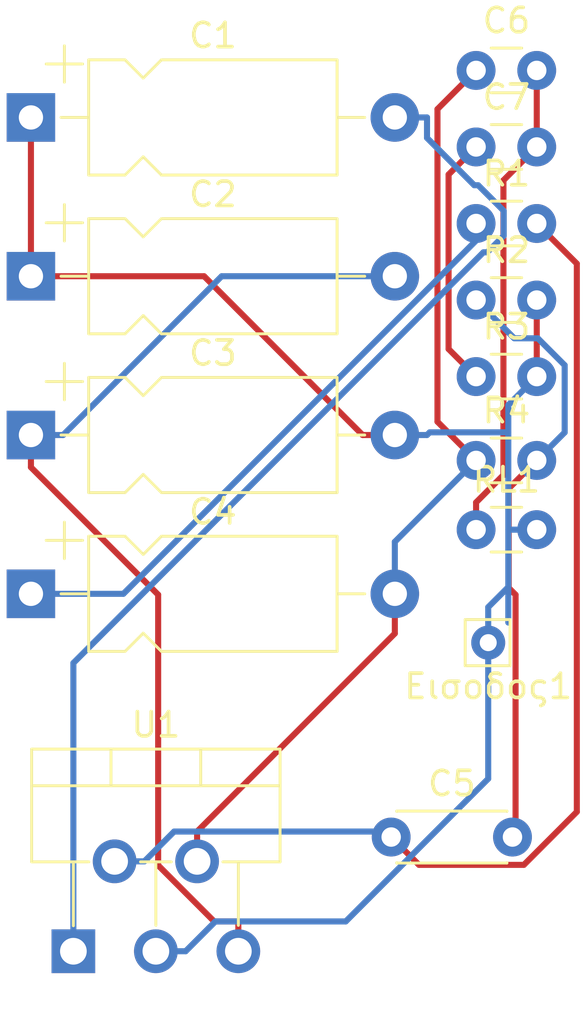
<source format=kicad_pcb>
(kicad_pcb (version 20240108) (generator "pcbnew") (generator_version "8.0")
  (layers (0 "F.Cu" signal) (31 "B.Cu" signal) (34 "B.Paste" user) (35 "F.Paste" user) (36 "B.SilkS" user "B.Silkscreen") (37 "F.SilkS" user "F.Silkscreen") (38 "B.Mask" user) (39 "F.Mask" user) (44 "Edge.Cuts" user))
  (net 0 "")
  (net 1 "GNDREF")
  (net 2 "Net-(U1-+)")
  (net 3 "+ Vcc 12v")
  (net 4 "Net-(C4-Pad1)")
  (net 5 "Net-(C4-Pad2)")
  (net 6 "Net-(C5-Pad2)")
  (net 7 "Net-(U1--)")
  (net 8 "Net-(C6-Pad2)")
  (net 9 "Net-(C7-Pad1)")
  (footprint "Connector_Pin:Pin_D0.7mm_L6.5mm_W1.8mm_FlatFork" (layer "F.Cu") (at 124 60)
    (property "Reference" "Εισοδος1" (at 0 1.8 0) (layer "F.SilkS"))
    (property "Value" "20W")
    (fp_line (start -0.95 -0.95) (end -0.95 0.95) (stroke (width 0.12)) (layer "F.SilkS"))
    (fp_line (start -0.95 0.95) (end 0.9 0.95) (stroke (width 0.12)) (layer "F.SilkS"))
    (fp_line (start 0.9 -0.95) (end -0.95 -0.95) (stroke (width 0.12)) (layer "F.SilkS"))
    (fp_line (start 0.9 -0.9) (end 0.9 -0.95) (stroke (width 0.12)) (layer "F.SilkS"))
    (fp_line (start 0.9 0.95) (end 0.9 -0.9) (stroke (width 0.12)) (layer "F.SilkS"))
    (pad "1" thru_hole circle (at 0 0) (size 1.4 1.4) (drill 0.7) (layers "*.Cu" "*.Mask") (net 1 "GNDREF"))
  )
  (footprint "Capacitor_THT:C_Disc_D3.0mm_W1.6mm_P2.50mm" (layer "F.Cu") (at 123.5 45.9)
    (property "Reference" "R2" (at 1.25 -2.05 0) (layer "F.SilkS"))
    (property "Value" "2.2 Ω")
    (fp_line (start 0.621 -0.92) (end 1.879 -0.92) (stroke (width 0.12)) (layer "F.SilkS"))
    (fp_line (start 0.621 0.92) (end 1.879 0.92) (stroke (width 0.12)) (layer "F.SilkS"))
    (pad "1" thru_hole circle (at 0 0) (size 1.6 1.6) (drill 0.8) (layers "*.Cu" "*.Mask") (net 6 "Net-(C5-Pad2)"))
    (pad "2" thru_hole circle (at 2.5 0) (size 1.6 1.6) (drill 0.8) (layers "*.Cu" "*.Mask") (net 1 "GNDREF"))
  )
  (footprint "Capacitor_THT:CP_Axial_L10.0mm_D4.5mm_P15.00mm_Horizontal" (layer "F.Cu") (at 105.15 51.455)
    (property "Reference" "C3" (at 7.5 -3.37 0) (layer "F.SilkS"))
    (property "Value" "0.01 uF")
    (fp_line (start 0.63 -2.2) (end 2.13 -2.2) (stroke (width 0.12)) (layer "F.SilkS"))
    (fp_line (start 1.24 0) (end 2.38 0) (stroke (width 0.12)) (layer "F.SilkS"))
    (fp_line (start 1.38 -2.95) (end 1.38 -1.45) (stroke (width 0.12)) (layer "F.SilkS"))
    (fp_line (start 2.38 -2.37) (end 2.38 2.37) (stroke (width 0.12)) (layer "F.SilkS"))
    (fp_line (start 2.38 -2.37) (end 3.88 -2.37) (stroke (width 0.12)) (layer "F.SilkS"))
    (fp_line (start 2.38 2.37) (end 3.88 2.37) (stroke (width 0.12)) (layer "F.SilkS"))
    (fp_line (start 3.88 -2.37) (end 4.63 -1.62) (stroke (width 0.12)) (layer "F.SilkS"))
    (fp_line (start 3.88 2.37) (end 4.63 1.62) (stroke (width 0.12)) (layer "F.SilkS"))
    (fp_line (start 4.63 -1.62) (end 5.38 -2.37) (stroke (width 0.12)) (layer "F.SilkS"))
    (fp_line (start 4.63 1.62) (end 5.38 2.37) (stroke (width 0.12)) (layer "F.SilkS"))
    (fp_line (start 5.38 -2.37) (end 12.62 -2.37) (stroke (width 0.12)) (layer "F.SilkS"))
    (fp_line (start 5.38 2.37) (end 12.62 2.37) (stroke (width 0.12)) (layer "F.SilkS"))
    (fp_line (start 12.62 -2.37) (end 12.62 2.37) (stroke (width 0.12)) (layer "F.SilkS"))
    (fp_line (start 13.76 0) (end 12.62 0) (stroke (width 0.12)) (layer "F.SilkS"))
    (pad "1" thru_hole rect (at 0 0) (size 2 2) (drill 1) (layers "*.Cu" "*.Mask") (net 3 "+ Vcc 12v"))
    (pad "2" thru_hole oval (at 15 0) (size 2 2) (drill 1) (layers "*.Cu" "*.Mask") (net 1 "GNDREF"))
  )
  (footprint "Package_TO_SOT_THT:TO-220-5_P3.4x3.7mm_StaggerOdd_Lead3.8mm_Vertical" (layer "F.Cu") (at 106.9 72.7)
    (property "Reference" "U1" (at 3.4 -9.32 0) (layer "F.SilkS"))
    (property "Value" "TDA2003")
    (fp_line (start -1.721 -8.32) (end -1.721 -3.679) (stroke (width 0.12)) (layer "F.SilkS"))
    (fp_line (start -1.721 -8.32) (end 8.52 -8.32) (stroke (width 0.12)) (layer "F.SilkS"))
    (fp_line (start -1.721 -6.811) (end 8.52 -6.811) (stroke (width 0.12)) (layer "F.SilkS"))
    (fp_line (start -1.721 -3.679) (end 0.635 -3.679) (stroke (width 0.12)) (layer "F.SilkS"))
    (fp_line (start 0 -3.679) (end 0 -1.049) (stroke (width 0.12)) (layer "F.SilkS"))
    (fp_line (start 1.55 -8.32) (end 1.55 -6.811) (stroke (width 0.12)) (layer "F.SilkS"))
    (fp_line (start 2.765 -3.679) (end 4.035 -3.679) (stroke (width 0.12)) (layer "F.SilkS"))
    (fp_line (start 3.4 -3.679) (end 3.4 -1.065) (stroke (width 0.12)) (layer "F.SilkS"))
    (fp_line (start 5.25 -8.32) (end 5.25 -6.811) (stroke (width 0.12)) (layer "F.SilkS"))
    (fp_line (start 6.165 -3.679) (end 8.52 -3.679) (stroke (width 0.12)) (layer "F.SilkS"))
    (fp_line (start 6.8 -3.679) (end 6.8 -1.065) (stroke (width 0.12)) (layer "F.SilkS"))
    (fp_line (start 8.52 -8.32) (end 8.52 -3.679) (stroke (width 0.12)) (layer "F.SilkS"))
    (pad "1" thru_hole rect (at 0 0) (size 1.8 1.8) (drill 1.1) (layers "*.Cu" "*.Mask") (net 2 "Net-(U1-+)"))
    (pad "2" thru_hole oval (at 1.7 -3.7) (size 1.8 1.8) (drill 1.1) (layers "*.Cu" "*.Mask") (net 7 "Net-(U1--)"))
    (pad "3" thru_hole oval (at 3.4 0) (size 1.8 1.8) (drill 1.1) (layers "*.Cu" "*.Mask") (net 1 "GNDREF"))
    (pad "4" thru_hole oval (at 5.1 -3.7) (size 1.8 1.8) (drill 1.1) (layers "*.Cu" "*.Mask") (net 5 "Net-(C4-Pad2)"))
    (pad "5" thru_hole oval (at 6.8 0) (size 1.8 1.8) (drill 1.1) (layers "*.Cu" "*.Mask") (net 3 "+ Vcc 12v"))
  )
  (footprint "Capacitor_THT:C_Disc_D3.0mm_W1.6mm_P2.50mm" (layer "F.Cu") (at 123.5 42.75)
    (property "Reference" "R1" (at 1.25 -2.05 0) (layer "F.SilkS"))
    (property "Value" "47 Ω")
    (fp_line (start 0.621 -0.92) (end 1.879 -0.92) (stroke (width 0.12)) (layer "F.SilkS"))
    (fp_line (start 0.621 0.92) (end 1.879 0.92) (stroke (width 0.12)) (layer "F.SilkS"))
    (pad "1" thru_hole circle (at 0 0) (size 1.6 1.6) (drill 0.8) (layers "*.Cu" "*.Mask") (net 4 "Net-(C4-Pad1)"))
    (pad "2" thru_hole circle (at 2.5 0) (size 1.6 1.6) (drill 0.8) (layers "*.Cu" "*.Mask") (net 7 "Net-(U1--)"))
  )
  (footprint "Capacitor_THT:C_Disc_D3.0mm_W1.6mm_P2.50mm" (layer "F.Cu") (at 123.5 52.5)
    (property "Reference" "R4" (at 1.25 -2.05 0) (layer "F.SilkS"))
    (property "Value" "220 Ω")
    (fp_line (start 0.621 -0.92) (end 1.879 -0.92) (stroke (width 0.12)) (layer "F.SilkS"))
    (fp_line (start 0.621 0.92) (end 1.879 0.92) (stroke (width 0.12)) (layer "F.SilkS"))
    (pad "1" thru_hole circle (at 0 0) (size 1.6 1.6) (drill 0.8) (layers "*.Cu" "*.Mask") (net 5 "Net-(C4-Pad2)"))
    (pad "2" thru_hole circle (at 2.5 0) (size 1.6 1.6) (drill 0.8) (layers "*.Cu" "*.Mask") (net 6 "Net-(C5-Pad2)"))
  )
  (footprint "Capacitor_THT:CP_Axial_L10.0mm_D4.5mm_P15.00mm_Horizontal" (layer "F.Cu") (at 105.15 38.385)
    (property "Reference" "C1" (at 7.5 -3.37 0) (layer "F.SilkS"))
    (property "Value" "1 uF")
    (fp_line (start 0.63 -2.2) (end 2.13 -2.2) (stroke (width 0.12)) (layer "F.SilkS"))
    (fp_line (start 1.24 0) (end 2.38 0) (stroke (width 0.12)) (layer "F.SilkS"))
    (fp_line (start 1.38 -2.95) (end 1.38 -1.45) (stroke (width 0.12)) (layer "F.SilkS"))
    (fp_line (start 2.38 -2.37) (end 2.38 2.37) (stroke (width 0.12)) (layer "F.SilkS"))
    (fp_line (start 2.38 -2.37) (end 3.88 -2.37) (stroke (width 0.12)) (layer "F.SilkS"))
    (fp_line (start 2.38 2.37) (end 3.88 2.37) (stroke (width 0.12)) (layer "F.SilkS"))
    (fp_line (start 3.88 -2.37) (end 4.63 -1.62) (stroke (width 0.12)) (layer "F.SilkS"))
    (fp_line (start 3.88 2.37) (end 4.63 1.62) (stroke (width 0.12)) (layer "F.SilkS"))
    (fp_line (start 4.63 -1.62) (end 5.38 -2.37) (stroke (width 0.12)) (layer "F.SilkS"))
    (fp_line (start 4.63 1.62) (end 5.38 2.37) (stroke (width 0.12)) (layer "F.SilkS"))
    (fp_line (start 5.38 -2.37) (end 12.62 -2.37) (stroke (width 0.12)) (layer "F.SilkS"))
    (fp_line (start 5.38 2.37) (end 12.62 2.37) (stroke (width 0.12)) (layer "F.SilkS"))
    (fp_line (start 12.62 -2.37) (end 12.62 2.37) (stroke (width 0.12)) (layer "F.SilkS"))
    (fp_line (start 13.76 0) (end 12.62 0) (stroke (width 0.12)) (layer "F.SilkS"))
    (pad "1" thru_hole rect (at 0 0) (size 2 2) (drill 1) (layers "*.Cu" "*.Mask") (net 1 "GNDREF"))
    (pad "2" thru_hole oval (at 15 0) (size 2 2) (drill 1) (layers "*.Cu" "*.Mask") (net 2 "Net-(U1-+)"))
  )
  (footprint "Capacitor_THT:C_Disc_D3.0mm_W1.6mm_P2.50mm" (layer "F.Cu") (at 123.5 55.35)
    (property "Reference" "RL1" (at 1.25 -2.05 0) (layer "F.SilkS"))
    (property "Value" "8 ohm")
    (fp_line (start 0.621 -0.92) (end 1.879 -0.92) (stroke (width 0.12)) (layer "F.SilkS"))
    (fp_line (start 0.621 0.92) (end 1.879 0.92) (stroke (width 0.12)) (layer "F.SilkS"))
    (pad "1" thru_hole circle (at 0 0) (size 1.6 1.6) (drill 0.8) (layers "*.Cu" "*.Mask") (net 8 "Net-(C6-Pad2)"))
    (pad "2" thru_hole circle (at 2.5 0) (size 1.6 1.6) (drill 0.8) (layers "*.Cu" "*.Mask") (net 1 "GNDREF"))
  )
  (footprint "Capacitor_THT:C_Disc_D4.3mm_W1.9mm_P5.00mm" (layer "F.Cu") (at 120 68)
    (property "Reference" "C5" (at 2.5 -2.2 0) (layer "F.SilkS"))
    (property "Value" "470 uF")
    (fp_line (start 0.23 -1.07) (end 0.23 -1.055) (stroke (width 0.12)) (layer "F.SilkS"))
    (fp_line (start 0.23 -1.07) (end 4.77 -1.07) (stroke (width 0.12)) (layer "F.SilkS"))
    (fp_line (start 0.23 1.055) (end 0.23 1.07) (stroke (width 0.12)) (layer "F.SilkS"))
    (fp_line (start 0.23 1.07) (end 4.77 1.07) (stroke (width 0.12)) (layer "F.SilkS"))
    (fp_line (start 4.77 -1.07) (end 4.77 -1.055) (stroke (width 0.12)) (layer "F.SilkS"))
    (fp_line (start 4.77 1.055) (end 4.77 1.07) (stroke (width 0.12)) (layer "F.SilkS"))
    (pad "1" thru_hole circle (at 0 0) (size 1.6 1.6) (drill 0.8) (layers "*.Cu" "*.Mask") (net 7 "Net-(U1--)"))
    (pad "2" thru_hole circle (at 5 0) (size 1.6 1.6) (drill 0.8) (layers "*.Cu" "*.Mask") (net 6 "Net-(C5-Pad2)"))
  )
  (footprint "Capacitor_THT:C_Disc_D3.0mm_W1.6mm_P2.50mm" (layer "F.Cu") (at 123.5 39.6)
    (property "Reference" "C7" (at 1.25 -2.05 0) (layer "F.SilkS"))
    (property "Value" "0.1 uF")
    (fp_line (start 0.621 -0.92) (end 1.879 -0.92) (stroke (width 0.12)) (layer "F.SilkS"))
    (fp_line (start 0.621 0.92) (end 1.879 0.92) (stroke (width 0.12)) (layer "F.SilkS"))
    (pad "1" thru_hole circle (at 0 0) (size 1.6 1.6) (drill 0.8) (layers "*.Cu" "*.Mask") (net 9 "Net-(C7-Pad1)"))
    (pad "2" thru_hole circle (at 2.5 0) (size 1.6 1.6) (drill 0.8) (layers "*.Cu" "*.Mask") (net 8 "Net-(C6-Pad2)"))
  )
  (footprint "Capacitor_THT:C_Disc_D3.0mm_W1.6mm_P2.50mm" (layer "F.Cu") (at 123.5 36.45)
    (property "Reference" "C6" (at 1.25 -2.05 0) (layer "F.SilkS"))
    (property "Value" "1000 uF")
    (fp_line (start 0.621 -0.92) (end 1.879 -0.92) (stroke (width 0.12)) (layer "F.SilkS"))
    (fp_line (start 0.621 0.92) (end 1.879 0.92) (stroke (width 0.12)) (layer "F.SilkS"))
    (pad "1" thru_hole circle (at 0 0) (size 1.6 1.6) (drill 0.8) (layers "*.Cu" "*.Mask") (net 5 "Net-(C4-Pad2)"))
    (pad "2" thru_hole circle (at 2.5 0) (size 1.6 1.6) (drill 0.8) (layers "*.Cu" "*.Mask") (net 8 "Net-(C6-Pad2)"))
  )
  (footprint "Capacitor_THT:CP_Axial_L10.0mm_D4.5mm_P15.00mm_Horizontal" (layer "F.Cu") (at 105.15 44.92)
    (property "Reference" "C2" (at 7.5 -3.37 0) (layer "F.SilkS"))
    (property "Value" "100 uF")
    (fp_line (start 0.63 -2.2) (end 2.13 -2.2) (stroke (width 0.12)) (layer "F.SilkS"))
    (fp_line (start 1.24 0) (end 2.38 0) (stroke (width 0.12)) (layer "F.SilkS"))
    (fp_line (start 1.38 -2.95) (end 1.38 -1.45) (stroke (width 0.12)) (layer "F.SilkS"))
    (fp_line (start 2.38 -2.37) (end 2.38 2.37) (stroke (width 0.12)) (layer "F.SilkS"))
    (fp_line (start 2.38 -2.37) (end 3.88 -2.37) (stroke (width 0.12)) (layer "F.SilkS"))
    (fp_line (start 2.38 2.37) (end 3.88 2.37) (stroke (width 0.12)) (layer "F.SilkS"))
    (fp_line (start 3.88 -2.37) (end 4.63 -1.62) (stroke (width 0.12)) (layer "F.SilkS"))
    (fp_line (start 3.88 2.37) (end 4.63 1.62) (stroke (width 0.12)) (layer "F.SilkS"))
    (fp_line (start 4.63 -1.62) (end 5.38 -2.37) (stroke (width 0.12)) (layer "F.SilkS"))
    (fp_line (start 4.63 1.62) (end 5.38 2.37) (stroke (width 0.12)) (layer "F.SilkS"))
    (fp_line (start 5.38 -2.37) (end 12.62 -2.37) (stroke (width 0.12)) (layer "F.SilkS"))
    (fp_line (start 5.38 2.37) (end 12.62 2.37) (stroke (width 0.12)) (layer "F.SilkS"))
    (fp_line (start 12.62 -2.37) (end 12.62 2.37) (stroke (width 0.12)) (layer "F.SilkS"))
    (fp_line (start 13.76 0) (end 12.62 0) (stroke (width 0.12)) (layer "F.SilkS"))
    (pad "1" thru_hole rect (at 0 0) (size 2 2) (drill 1) (layers "*.Cu" "*.Mask") (net 1 "GNDREF"))
    (pad "2" thru_hole oval (at 15 0) (size 2 2) (drill 1) (layers "*.Cu" "*.Mask") (net 3 "+ Vcc 12v"))
  )
  (footprint "Capacitor_THT:CP_Axial_L10.0mm_D4.5mm_P15.00mm_Horizontal" (layer "F.Cu") (at 105.15 57.99)
    (property "Reference" "C4" (at 7.5 -3.37 0) (layer "F.SilkS"))
    (property "Value" "0.047 uF")
    (fp_line (start 0.63 -2.2) (end 2.13 -2.2) (stroke (width 0.12)) (layer "F.SilkS"))
    (fp_line (start 1.24 0) (end 2.38 0) (stroke (width 0.12)) (layer "F.SilkS"))
    (fp_line (start 1.38 -2.95) (end 1.38 -1.45) (stroke (width 0.12)) (layer "F.SilkS"))
    (fp_line (start 2.38 -2.37) (end 2.38 2.37) (stroke (width 0.12)) (layer "F.SilkS"))
    (fp_line (start 2.38 -2.37) (end 3.88 -2.37) (stroke (width 0.12)) (layer "F.SilkS"))
    (fp_line (start 2.38 2.37) (end 3.88 2.37) (stroke (width 0.12)) (layer "F.SilkS"))
    (fp_line (start 3.88 -2.37) (end 4.63 -1.62) (stroke (width 0.12)) (layer "F.SilkS"))
    (fp_line (start 3.88 2.37) (end 4.63 1.62) (stroke (width 0.12)) (layer "F.SilkS"))
    (fp_line (start 4.63 -1.62) (end 5.38 -2.37) (stroke (width 0.12)) (layer "F.SilkS"))
    (fp_line (start 4.63 1.62) (end 5.38 2.37) (stroke (width 0.12)) (layer "F.SilkS"))
    (fp_line (start 5.38 -2.37) (end 12.62 -2.37) (stroke (width 0.12)) (layer "F.SilkS"))
    (fp_line (start 5.38 2.37) (end 12.62 2.37) (stroke (width 0.12)) (layer "F.SilkS"))
    (fp_line (start 12.62 -2.37) (end 12.62 2.37) (stroke (width 0.12)) (layer "F.SilkS"))
    (fp_line (start 13.76 0) (end 12.62 0) (stroke (width 0.12)) (layer "F.SilkS"))
    (pad "1" thru_hole rect (at 0 0) (size 2 2) (drill 1) (layers "*.Cu" "*.Mask") (net 4 "Net-(C4-Pad1)"))
    (pad "2" thru_hole oval (at 15 0) (size 2 2) (drill 1) (layers "*.Cu" "*.Mask") (net 5 "Net-(C4-Pad2)"))
  )
  (footprint "Capacitor_THT:C_Disc_D3.0mm_W1.6mm_P2.50mm" (layer "F.Cu") (at 123.5 49.05)
    (property "Reference" "R3" (at 1.25 -2.05 0) (layer "F.SilkS"))
    (property "Value" "1 Ω")
    (fp_line (start 0.621 -0.92) (end 1.879 -0.92) (stroke (width 0.12)) (layer "F.SilkS"))
    (fp_line (start 0.621 0.92) (end 1.879 0.92) (stroke (width 0.12)) (layer "F.SilkS"))
    (pad "1" thru_hole circle (at 0 0) (size 1.6 1.6) (drill 0.8) (layers "*.Cu" "*.Mask") (net 9 "Net-(C7-Pad1)"))
    (pad "2" thru_hole circle (at 2.5 0) (size 1.6 1.6) (drill 0.8) (layers "*.Cu" "*.Mask") (net 1 "GNDREF"))
  )
  (segment (start 118.823 51.455) (end 112.288 44.92) (width 0.25) (layer "F.Cu") (net 1))
  (segment (start 120.15 51.455) (end 118.823 51.455) (width 0.25) (layer "F.Cu") (net 1))
  (segment (start 112.288 44.92) (end 105.15 44.92) (width 0.25) (layer "F.Cu") (net 1))
  (segment (start 126 45.9) (end 126 49.05) (width 0.25) (layer "F.Cu") (net 1))
  (segment (start 105.15 44.92) (end 105.15 38.385) (width 0.25) (layer "F.Cu") (net 1))
  (segment (start 124.828 51.3446) (end 124.828 50.2219) (width 0.25) (layer "B.Cu") (net 1))
  (segment (start 124.828 57.7109) (end 124.828 55.35) (width 0.25) (layer "B.Cu") (net 1))
  (segment (start 111.527 72.7) (end 112.753 71.4733) (width 0.25) (layer "B.Cu") (net 1))
  (segment (start 124 65.6) (end 124 60) (width 0.25) (layer "B.Cu") (net 1))
  (segment (start 124.828 59.1719) (end 124.828 57.7109) (width 0.25) (layer "B.Cu") (net 1))
  (segment (start 124.828 50.2219) (end 126 49.05) (width 0.25) (layer "B.Cu") (net 1))
  (segment (start 124.828 55.35) (end 126 55.35) (width 0.25) (layer "B.Cu") (net 1))
  (segment (start 121.587 51.3446) (end 124.828 51.3446) (width 0.25) (layer "B.Cu") (net 1))
  (segment (start 110.3 72.7) (end 111.527 72.7) (width 0.25) (layer "B.Cu") (net 1))
  (segment (start 124 58.5389) (end 124 60) (width 0.25) (layer "B.Cu") (net 1))
  (segment (start 124.828 55.35) (end 124.828 51.3446) (width 0.25) (layer "B.Cu") (net 1))
  (segment (start 112.753 71.4733) (end 118.127 71.4733) (width 0.25) (layer "B.Cu") (net 1))
  (segment (start 121.477 51.455) (end 121.587 51.3446) (width 0.25) (layer "B.Cu") (net 1))
  (segment (start 120.15 51.455) (end 121.477 51.455) (width 0.25) (layer "B.Cu") (net 1))
  (segment (start 124.828 57.7109) (end 124 58.5389) (width 0.25) (layer "B.Cu") (net 1))
  (segment (start 118.127 71.4733) (end 124 65.6) (width 0.25) (layer "B.Cu") (net 1))
  (segment (start 123.958 43.9352) (end 123.802 43.9352) (width 0.25) (layer "B.Cu") (net 2))
  (segment (start 124.638 43.2562) (end 123.958 43.9352) (width 0.25) (layer "B.Cu") (net 2))
  (segment (start 123.424 41.175) (end 123.586 41.175) (width 0.25) (layer "B.Cu") (net 2))
  (segment (start 106.9 60.8375) (end 106.9 72.7) (width 0.25) (layer "B.Cu") (net 2))
  (segment (start 123.586 41.175) (end 124.638 42.2267) (width 0.25) (layer "B.Cu") (net 2))
  (segment (start 124.638 42.2267) (end 124.638 43.2562) (width 0.25) (layer "B.Cu") (net 2))
  (segment (start 120.15 38.385) (end 121.477 38.385) (width 0.25) (layer "B.Cu") (net 2))
  (segment (start 121.477 38.385) (end 121.477 39.2273) (width 0.25) (layer "B.Cu") (net 2))
  (segment (start 121.477 39.2273) (end 123.424 41.175) (width 0.25) (layer "B.Cu") (net 2))
  (segment (start 123.802 43.9352) (end 106.9 60.8375) (width 0.25) (layer "B.Cu") (net 2))
  (segment (start 110.395 69.1646) (end 110.395 58.0263) (width 0.25) (layer "F.Cu") (net 3))
  (segment (start 113.7 71.4733) (end 112.703 71.4733) (width 0.25) (layer "F.Cu") (net 3))
  (segment (start 113.7 72.7) (end 113.7 71.4733) (width 0.25) (layer "F.Cu") (net 3))
  (segment (start 105.15 52.7817) (end 105.15 51.455) (width 0.25) (layer "F.Cu") (net 3))
  (segment (start 110.395 58.0263) (end 105.15 52.7817) (width 0.25) (layer "F.Cu") (net 3))
  (segment (start 112.703 71.4733) (end 110.395 69.1646) (width 0.25) (layer "F.Cu") (net 3))
  (segment (start 113.012 44.92) (end 120.15 44.92) (width 0.25) (layer "B.Cu") (net 3))
  (segment (start 105.15 51.455) (end 106.477 51.455) (width 0.25) (layer "B.Cu") (net 3))
  (segment (start 106.477 51.455) (end 113.012 44.92) (width 0.25) (layer "B.Cu") (net 3))
  (segment (start 105.15 57.99) (end 108.961 57.99) (width 0.25) (layer "B.Cu") (net 4))
  (segment (start 123.5 43.4514) (end 123.5 42.75) (width 0.25) (layer "B.Cu") (net 4))
  (segment (start 108.961 57.99) (end 123.5 43.4514) (width 0.25) (layer "B.Cu") (net 4))
  (segment (start 123.5 52.5) (end 121.908 50.9075) (width 0.25) (layer "F.Cu") (net 5))
  (segment (start 121.908 38.0425) (end 123.5 36.45) (width 0.25) (layer "F.Cu") (net 5))
  (segment (start 121.908 50.9075) (end 121.908 38.0425) (width 0.25) (layer "F.Cu") (net 5))
  (segment (start 112 69) (end 112 67.7733) (width 0.25) (layer "F.Cu") (net 5))
  (segment (start 120.15 59.6233) (end 120.15 57.99) (width 0.25) (layer "F.Cu") (net 5))
  (segment (start 112 67.7733) (end 120.15 59.6233) (width 0.25) (layer "F.Cu") (net 5))
  (segment (start 120.15 55.85) (end 123.5 52.5) (width 0.25) (layer "B.Cu") (net 5))
  (segment (start 120.15 57.99) (end 120.15 55.85) (width 0.25) (layer "B.Cu") (net 5))
  (segment (start 125 68) (end 125.127 67.8733) (width 0.25) (layer "F.Cu") (net 6))
  (segment (start 124.844 57.7444) (end 124.844 53.6558) (width 0.25) (layer "F.Cu") (net 6))
  (segment (start 125.127 58.0269) (end 124.844 57.7444) (width 0.25) (layer "F.Cu") (net 6))
  (segment (start 125.127 67.8733) (end 125.127 58.0269) (width 0.25) (layer "F.Cu") (net 6))
  (segment (start 124.844 53.6558) (end 126 52.5) (width 0.25) (layer "F.Cu") (net 6))
  (segment (start 126 52.5) (end 127.151 51.3487) (width 0.25) (layer "B.Cu") (net 6))
  (segment (start 127.151 51.3487) (end 127.151 48.5816) (width 0.25) (layer "B.Cu") (net 6))
  (segment (start 127.151 48.5816) (end 126.045 47.475) (width 0.25) (layer "B.Cu") (net 6))
  (segment (start 126.045 47.475) (end 125.075 47.475) (width 0.25) (layer "B.Cu") (net 6))
  (segment (start 125.075 47.475) (end 123.5 45.9) (width 0.25) (layer "B.Cu") (net 6))
  (segment (start 121.145 69.1446) (end 125.469 69.1446) (width 0.25) (layer "F.Cu") (net 7))
  (segment (start 125.469 69.1446) (end 127.652 66.9624) (width 0.25) (layer "F.Cu") (net 7))
  (segment (start 127.652 44.4015) (end 126 42.75) (width 0.25) (layer "F.Cu") (net 7))
  (segment (start 120 68) (end 121.145 69.1446) (width 0.25) (layer "F.Cu") (net 7))
  (segment (start 127.652 66.9624) (end 127.652 44.4015) (width 0.25) (layer "F.Cu") (net 7))
  (segment (start 108.6 69) (end 109.827 69) (width 0.25) (layer "B.Cu") (net 7))
  (segment (start 109.827 69) (end 111.053 67.7733) (width 0.25) (layer "B.Cu") (net 7))
  (segment (start 111.053 67.7733) (end 119.773 67.7733) (width 0.25) (layer "B.Cu") (net 7))
  (segment (start 119.773 67.7733) (end 120 68) (width 0.25) (layer "B.Cu") (net 7))
  (segment (start 124.627 40.9733) (end 124.627 53.1006) (width 0.25) (layer "F.Cu") (net 8))
  (segment (start 123.5 54.2273) (end 123.5 55.35) (width 0.25) (layer "F.Cu") (net 8))
  (segment (start 126 39.6) (end 124.627 40.9733) (width 0.25) (layer "F.Cu") (net 8))
  (segment (start 126 36.45) (end 126 39.6) (width 0.25) (layer "F.Cu") (net 8))
  (segment (start 124.627 53.1006) (end 123.5 54.2273) (width 0.25) (layer "F.Cu") (net 8))
  (segment (start 122.366 47.9163) (end 122.366 40.7337) (width 0.25) (layer "F.Cu") (net 9))
  (segment (start 122.366 40.7337) (end 123.5 39.6) (width 0.25) (layer "F.Cu") (net 9))
  (segment (start 123.5 49.05) (end 122.366 47.9163) (width 0.25) (layer "F.Cu") (net 9))
)
</source>
